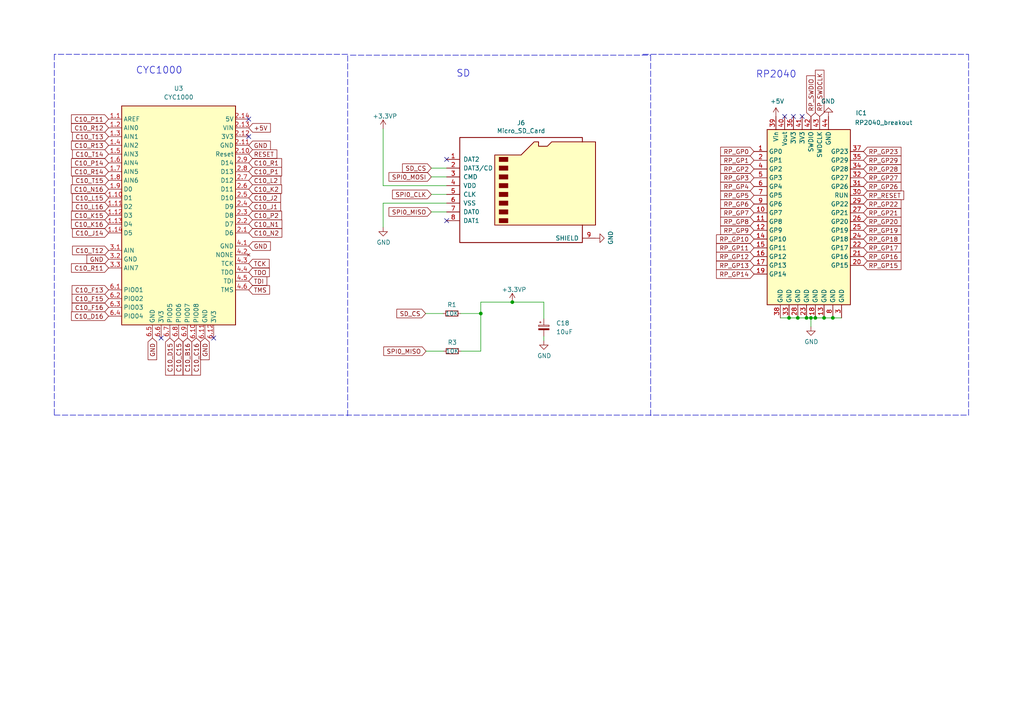
<source format=kicad_sch>
(kicad_sch (version 20211123) (generator eeschema)
  (paper "A4")
  (title_block (title "Calypso") (date "2024-09-10") (rev "0.3"))
  (lib_symbols
    (symbol "Device:C_Polarized_Small" (pin_numbers hide) (pin_names (offset 0.254) hide)
      (property "Reference" "C" (at 0.254 1.778 0))
      (property "Value" "C_Polarized_Small" (at 0.254 -2.032 0))
      (symbol "C_Polarized_Small_0_1"
        (rectangle (start -1.524 -0.3048) (end 1.524 -0.6858) (fill (type outline)))
        (rectangle (start -1.524 0.6858) (end 1.524 0.3048))
        (polyline (pts (xy -1.27 1.524) (xy -0.762 1.524)))
        (polyline (pts (xy -1.016 1.27) (xy -1.016 1.778)))
      )
      (symbol "C_Polarized_Small_1_1"
        (pin passive line (at 0 2.54 270) (length 1.8542) (name "~") (number "1"))
        (pin passive line (at 0 -2.54 90) (length 1.8542) (name "~") (number "2"))
      )
    )
    (symbol "Device:R_Small" (pin_numbers hide) (pin_names (offset 0.254) hide)
      (property "Reference" "R" (at 0.762 0.508 0))
      (property "Value" "R_Small" (at 0.762 -1.016 0))
      (symbol "R_Small_0_1"
        (rectangle (start -0.762 1.778) (end 0.762 -1.778) (stroke (width 0.2032)))
      )
      (symbol "R_Small_1_1"
        (pin passive line (at 0 2.54 270) (length 0.762) (name "~") (number "1"))
        (pin passive line (at 0 -2.54 90) (length 0.762) (name "~") (number "2"))
      )
    )
    (symbol "calypso-addons:CYC1000"
      (property "Reference" "U" (at 0 0 0))
      (property "Value" "CYC1000" (at 0 5.08 0))
      (symbol "CYC1000_0_1"
        (rectangle (start -15.24 -30.48) (end 17.78 33.02) (stroke (width 0.254)) (fill (type background)))
      )
      (symbol "CYC1000_1_1"
        (pin bidirectional line (at -19.05 29.21 0) (length 3.81) (name "AREF") (number "1.1"))
        (pin bidirectional line (at -19.05 6.35 0) (length 3.81) (name "D1") (number "1.10"))
        (pin bidirectional line (at -19.05 3.81 0) (length 3.81) (name "D2") (number "1.11"))
        (pin bidirectional line (at -19.05 1.27 0) (length 3.81) (name "D3") (number "1.12"))
        (pin bidirectional line (at -19.05 -1.27 0) (length 3.81) (name "D4") (number "1.13"))
        (pin bidirectional line (at -19.05 -3.81 0) (length 3.81) (name "D5") (number "1.14"))
        (pin bidirectional line (at -19.05 26.67 0) (length 3.81) (name "AIN0") (number "1.2"))
        (pin bidirectional line (at -19.05 24.13 0) (length 3.81) (name "AIN1") (number "1.3"))
        (pin bidirectional line (at -19.05 21.59 0) (length 3.81) (name "AIN2") (number "1.4"))
        (pin bidirectional line (at -19.05 19.05 0) (length 3.81) (name "AIN3") (number "1.5"))
        (pin bidirectional line (at -19.05 16.51 0) (length 3.81) (name "AIN4") (number "1.6"))
        (pin bidirectional line (at -19.05 13.97 0) (length 3.81) (name "AIN5") (number "1.7"))
        (pin bidirectional line (at -19.05 11.43 0) (length 3.81) (name "AIN6") (number "1.8"))
        (pin bidirectional line (at -19.05 8.89 0) (length 3.81) (name "D0") (number "1.9"))
        (pin bidirectional line (at 21.59 -3.81 180) (length 3.81) (name "D6") (number "2.1"))
        (pin input line (at 21.59 19.05 180) (length 3.81) (name "Reset") (number "2.10"))
        (pin power_in line (at 21.59 21.59 180) (length 3.81) (name "GND") (number "2.11"))
        (pin power_out line (at 21.59 24.13 180) (length 3.81) (name "3V3") (number "2.12"))
        (pin power_in line (at 21.59 26.67 180) (length 3.81) (name "VIN") (number "2.13"))
        (pin power_out line (at 21.59 29.21 180) (length 3.81) (name "5V") (number "2.14"))
        (pin bidirectional line (at 21.59 -1.27 180) (length 3.81) (name "D7") (number "2.2"))
        (pin bidirectional line (at 21.59 1.27 180) (length 3.81) (name "D8") (number "2.3"))
        (pin bidirectional line (at 21.59 3.81 180) (length 3.81) (name "D9") (number "2.4"))
        (pin bidirectional line (at 21.59 6.35 180) (length 3.81) (name "D10") (number "2.5"))
        (pin bidirectional line (at 21.59 8.89 180) (length 3.81) (name "D11") (number "2.6"))
        (pin bidirectional line (at 21.59 11.43 180) (length 3.81) (name "D12") (number "2.7"))
        (pin bidirectional line (at 21.59 13.97 180) (length 3.81) (name "D13") (number "2.8"))
        (pin bidirectional line (at 21.59 16.51 180) (length 3.81) (name "D14") (number "2.9"))
        (pin bidirectional line (at -19.05 -8.89 0) (length 3.81) (name "AIN") (number "3.1"))
        (pin power_in line (at -19.05 -11.43 0) (length 3.81) (name "GND") (number "3.2"))
        (pin bidirectional line (at -19.05 -13.97 0) (length 3.81) (name "AIN7") (number "3.3"))
        (pin power_in line (at 21.59 -7.62 180) (length 3.81) (name "GND") (number "4.1"))
        (pin no_connect line (at 21.59 -10.16 180) (length 3.81) (name "NONE") (number "4.2"))
        (pin input line (at 21.59 -12.7 180) (length 3.81) (name "TCK") (number "4.3"))
        (pin output line (at 21.59 -15.24 180) (length 3.81) (name "TDO") (number "4.4"))
        (pin input line (at 21.59 -17.78 180) (length 3.81) (name "TDI") (number "4.5"))
        (pin input line (at 21.59 -20.32 180) (length 3.81) (name "TMS") (number "4.6"))
        (pin bidirectional line (at -19.05 -20.32 0) (length 3.81) (name "PIO01") (number "6.1"))
        (pin bidirectional line (at 6.35 -34.29 90) (length 3.81) (name "PIO08") (number "6.10"))
        (pin power_in line (at 8.89 -34.29 90) (length 3.81) (name "GND") (number "6.11"))
        (pin power_out line (at 11.43 -34.29 90) (length 3.81) (name "3V3") (number "6.12"))
        (pin bidirectional line (at -19.05 -22.86 0) (length 3.81) (name "PIO02") (number "6.2"))
        (pin bidirectional line (at -19.05 -25.4 0) (length 3.81) (name "PIO03") (number "6.3"))
        (pin bidirectional line (at -19.05 -27.94 0) (length 3.81) (name "PIO04") (number "6.4"))
        (pin power_in line (at -6.35 -34.29 90) (length 3.81) (name "GND") (number "6.5"))
        (pin power_out line (at -3.81 -34.29 90) (length 3.81) (name "3V3") (number "6.6"))
        (pin bidirectional line (at -1.27 -34.29 90) (length 3.81) (name "PIO05") (number "6.7"))
        (pin bidirectional line (at 1.27 -34.29 90) (length 3.81) (name "PIO06") (number "6.8"))
        (pin bidirectional line (at 3.81 -34.29 90) (length 3.81) (name "PIO07") (number "6.9"))
      )
    )
    (symbol "microsd:Micro_SD_Card" (pin_names (offset 1.016))
      (property "Reference" "J" (at -16.51 15.24 0))
      (property "Value" "Micro_SD_Card" (at 16.51 15.24 0))
      (symbol "Micro_SD_Card_0_1"
        (rectangle (start -7.62 -9.525) (end -5.08 -10.795) (fill (type outline)))
        (rectangle (start -7.62 -6.985) (end -5.08 -8.255) (fill (type outline)))
        (rectangle (start -7.62 -4.445) (end -5.08 -5.715) (fill (type outline)))
        (rectangle (start -7.62 -1.905) (end -5.08 -3.175) (fill (type outline)))
        (rectangle (start -7.62 0.635) (end -5.08 -0.635) (fill (type outline)))
        (rectangle (start -7.62 3.175) (end -5.08 1.905) (fill (type outline)))
        (rectangle (start -7.62 5.715) (end -5.08 4.445) (fill (type outline)))
        (rectangle (start -7.62 8.255) (end -5.08 6.985) (fill (type outline)))
        (polyline (pts (xy 16.51 12.7) (xy 16.51 13.97) (xy -19.05 13.97) (xy -19.05 -16.51) (xy 16.51 -16.51) (xy 16.51 -11.43)) (stroke (width 0.254)))
        (polyline (pts (xy -8.89 -11.43) (xy -8.89 8.89) (xy -1.27 8.89) (xy 2.54 12.7) (xy 3.81 12.7) (xy 3.81 11.43) (xy 6.35 11.43) (xy 7.62 12.7) (xy 20.32 12.7) (xy 20.32 -11.43) (xy -8.89 -11.43)) (stroke (width 0.254)) (fill (type background)))
      )
      (symbol "Micro_SD_Card_1_1"
        (pin bidirectional line (at -22.86 7.62 0) (length 3.81) (name "DAT2") (number "1"))
        (pin bidirectional line (at -22.86 5.08 0) (length 3.81) (name "DAT3/CD") (number "2"))
        (pin input line (at -22.86 2.54 0) (length 3.81) (name "CMD") (number "3"))
        (pin power_in line (at -22.86 0 0) (length 3.81) (name "VDD") (number "4"))
        (pin input line (at -22.86 -2.54 0) (length 3.81) (name "CLK") (number "5"))
        (pin power_in line (at -22.86 -5.08 0) (length 3.81) (name "VSS") (number "6"))
        (pin bidirectional line (at -22.86 -7.62 0) (length 3.81) (name "DAT0") (number "7"))
        (pin bidirectional line (at -22.86 -10.16 0) (length 3.81) (name "DAT1") (number "8"))
        (pin passive line (at 20.32 -15.24 180) (length 3.81) (name "SHIELD") (number "9"))
      )
    )
    (symbol "power:+3.3VP" (power) (pin_names (offset 0))
      (property "Value" "+3.3VP" (at 0 2.54 0))
      (symbol "+3.3VP_0_0"
        (pin power_in line (at 0 0 90) (length 0) hide (name "+3.3VP") (number "1"))
      )
      (symbol "+3.3VP_0_1"
        (polyline (pts (xy -0.762 1.27) (xy 0 2.54)))
        (polyline (pts (xy 0 0) (xy 0 2.54)))
        (polyline (pts (xy 0 2.54) (xy 0.762 1.27)))
      )
    )
    (symbol "power:+5V" (power) (pin_names (offset 0))
      (property "Value" "+5V" (at 0 3.556 0))
      (symbol "+5V_0_1"
        (polyline (pts (xy -0.762 1.27) (xy 0 2.54)))
        (polyline (pts (xy 0 0) (xy 0 2.54)))
        (polyline (pts (xy 0 2.54) (xy 0.762 1.27)))
      )
      (symbol "+5V_1_1"
        (pin power_in line (at 0 0 90) (length 0) hide (name "+5V") (number "1"))
      )
    )
    (symbol "power:GND" (power) (pin_names (offset 0))
      (property "Value" "GND" (at 0 -3.81 0))
      (symbol "GND_0_1"
        (polyline (pts (xy 0 0) (xy 0 -1.27) (xy 1.27 -1.27) (xy 0 -2.54) (xy -1.27 -1.27) (xy 0 -1.27)))
      )
      (symbol "GND_1_1"
        (pin power_in line (at 0 0 270) (length 0) hide (name "GND") (number "1"))
      )
    )
    (symbol "rp2040:RP2040_breakout_swd"
      (property "Reference" "IC" (at 7.62 19.05 0))
      (property "Value" "RP2040_breakout_swd" (at 13.97 -27.94 0))
      (symbol "RP2040_breakout_swd_0_1"
        (rectangle (start -11.43 16.51) (end 12.7 -34.29) (stroke (width 0.254)) (fill (type background)))
      )
      (symbol "RP2040_breakout_swd_1_1"
        (pin bidirectional line (at -15.24 10.16 0) (length 3.81) (name "GP0") (number "1"))
        (pin bidirectional line (at -15.24 -7.62 0) (length 3.81) (name "GP7") (number "10"))
        (pin bidirectional line (at -15.24 -10.16 0) (length 3.81) (name "GP8") (number "11"))
        (pin bidirectional line (at -15.24 -12.7 0) (length 3.81) (name "GP9") (number "12"))
        (pin power_in line (at 5.08 -38.1 90) (length 3.81) (name "GND") (number "13"))
        (pin bidirectional line (at -15.24 -15.24 0) (length 3.81) (name "GP10") (number "14"))
        (pin bidirectional line (at -15.24 -17.78 0) (length 3.81) (name "GP11") (number "15"))
        (pin bidirectional line (at -15.24 -20.32 0) (length 3.81) (name "GP12") (number "16"))
        (pin bidirectional line (at -15.24 -22.86 0) (length 3.81) (name "GP13") (number "17"))
        (pin power_in line (at 2.54 -38.1 90) (length 3.81) (name "GND") (number "18"))
        (pin bidirectional line (at -15.24 -25.4 0) (length 3.81) (name "GP14") (number "19"))
        (pin bidirectional line (at -15.24 7.62 0) (length 3.81) (name "GP1") (number "2"))
        (pin bidirectional line (at 16.51 -22.86 180) (length 3.81) (name "GP15") (number "20"))
        (pin bidirectional line (at 16.51 -20.32 180) (length 3.81) (name "GP16") (number "21"))
        (pin bidirectional line (at 16.51 -17.78 180) (length 3.81) (name "GP17") (number "22"))
        (pin power_in line (at 0 -38.1 90) (length 3.81) (name "GND") (number "23"))
        (pin bidirectional line (at 16.51 -15.24 180) (length 3.81) (name "GP18") (number "24"))
        (pin bidirectional line (at 16.51 -12.7 180) (length 3.81) (name "GP19") (number "25"))
        (pin bidirectional line (at 16.51 -10.16 180) (length 3.81) (name "GP20") (number "26"))
        (pin bidirectional line (at 16.51 -7.62 180) (length 3.81) (name "GP21") (number "27"))
        (pin power_in line (at -2.54 -38.1 90) (length 3.81) (name "GND") (number "28"))
        (pin bidirectional line (at 16.51 -5.08 180) (length 3.81) (name "GP22") (number "29"))
        (pin power_in line (at 10.16 -38.1 90) (length 3.81) (name "GND") (number "3"))
        (pin input line (at 16.51 -2.54 180) (length 3.81) (name "RUN") (number "30"))
        (pin bidirectional line (at 16.51 0 180) (length 3.81) (name "GP26") (number "31"))
        (pin bidirectional line (at 16.51 2.54 180) (length 3.81) (name "GP27") (number "32"))
        (pin power_in line (at -5.08 -38.1 90) (length 3.81) (name "GND") (number "33"))
        (pin bidirectional line (at 16.51 5.08 180) (length 3.81) (name "GP28") (number "34"))
        (pin bidirectional line (at 16.51 7.62 180) (length 3.81) (name "GP29") (number "35"))
        (pin power_out line (at -3.81 20.32 270) (length 3.81) (name "3V3") (number "36"))
        (pin bidirectional line (at 16.51 10.16 180) (length 3.81) (name "GP23") (number "37"))
        (pin power_in line (at -7.62 -38.1 90) (length 3.81) (name "GND") (number "38"))
        (pin power_in line (at -8.89 20.32 270) (length 3.81) (name "Vin") (number "39"))
        (pin bidirectional line (at -15.24 5.08 0) (length 3.81) (name "GP2") (number "4"))
        (pin power_out line (at -6.35 20.32 270) (length 3.81) (name "Vout") (number "40"))
        (pin power_out line (at -1.27 20.32 270) (length 3.81) (name "3V3") (number "41"))
        (pin bidirectional line (at 1.27 20.32 270) (length 3.81) (name "SWDIO") (number "42"))
        (pin bidirectional line (at 3.81 20.32 270) (length 3.81) (name "SWDCLK") (number "43"))
        (pin power_in line (at 6.35 20.32 270) (length 3.81) (name "GND") (number "44"))
        (pin bidirectional line (at -15.24 2.54 0) (length 3.81) (name "GP3") (number "5"))
        (pin bidirectional line (at -15.24 0 0) (length 3.81) (name "GP4") (number "6"))
        (pin bidirectional line (at -15.24 -2.54 0) (length 3.81) (name "GP5") (number "7"))
        (pin power_in line (at 7.62 -38.1 90) (length 3.81) (name "GND") (number "8"))
        (pin bidirectional line (at -15.24 -5.08 0) (length 3.81) (name "GP6") (number "9"))
      )
    )
  )
  (junction (at 231.394 92.202))
  (junction (at 148.59 87.63))
  (junction (at 241.554 92.202))
  (junction (at 236.474 92.202))
  (junction (at 233.934 92.202))
  (junction (at 239.014 92.202))
  (junction (at 235.204 92.202))
  (junction (at 228.854 92.202))
  (junction (at 139.446 90.932))
  (no_connect (at 230.124 33.782))
  (no_connect (at 129.54 46.228))
  (no_connect (at 232.664 33.782))
  (no_connect (at 227.584 33.782))
  (no_connect (at 129.54 64.008))
  (no_connect (at 61.976 98.044))
  (no_connect (at 46.736 98.044))
  (no_connect (at 72.136 39.624))
  (no_connect (at 72.136 34.544))
  (wire (pts (xy 233.934 92.202) (xy 235.204 92.202)))
  (wire (pts (xy 133.604 90.932) (xy 139.446 90.932)))
  (wire (pts (xy 157.734 87.63) (xy 157.734 92.456)))
  (wire (pts (xy 129.54 56.388) (xy 125.095 56.388)))
  (wire (pts (xy 125.095 61.468) (xy 129.54 61.468)))
  (polyline (pts (xy 15.748 120.396) (xy 280.924 120.396)))
  (wire (pts (xy 111.125 53.848) (xy 111.125 37.338)))
  (wire (pts (xy 231.394 92.202) (xy 233.934 92.202)))
  (wire (pts (xy 125.095 51.308) (xy 129.54 51.308)))
  (wire (pts (xy 123.571 101.854) (xy 128.651 101.854)))
  (wire (pts (xy 125.095 48.768) (xy 129.54 48.768)))
  (wire (pts (xy 236.474 92.202) (xy 239.014 92.202)))
  (wire (pts (xy 139.446 87.63) (xy 139.446 90.932)))
  (wire (pts (xy 111.125 58.928) (xy 111.125 65.913)))
  (wire (pts (xy 111.125 58.928) (xy 129.54 58.928)))
  (wire (pts (xy 139.446 87.63) (xy 148.59 87.63)))
  (wire (pts (xy 235.204 92.202) (xy 236.474 92.202)))
  (polyline (pts (xy 188.722 16.002) (xy 188.722 120.65)))
  (wire (pts (xy 241.554 92.202) (xy 244.094 92.202)))
  (wire (pts (xy 129.54 53.848) (xy 111.125 53.848)))
  (wire (pts (xy 157.734 97.536) (xy 157.734 98.806)))
  (wire (pts (xy 239.014 92.202) (xy 241.554 92.202)))
  (wire (pts (xy 226.314 92.202) (xy 228.854 92.202)))
  (wire (pts (xy 148.59 87.63) (xy 157.734 87.63)))
  (polyline (pts (xy 101.6 16.002) (xy 188.722 16.002)))
  (polyline (pts (xy 100.838 15.748) (xy 15.748 15.748)))
  (wire (pts (xy 228.854 92.202) (xy 231.394 92.202)))
  (wire (pts (xy 235.204 92.202) (xy 235.204 94.742)))
  (wire (pts (xy 123.444 90.932) (xy 128.524 90.932)))
  (wire (pts (xy 139.446 90.932) (xy 139.446 101.854)))
  (polyline (pts (xy 15.748 15.748) (xy 15.748 120.396)))
  (polyline (pts (xy 186.436 15.748) (xy 280.924 15.748)))
  (polyline (pts (xy 100.838 120.65) (xy 100.838 15.748)))
  (polyline (pts (xy 280.924 120.396) (xy 280.924 15.748)))
  (wire (pts (xy 133.731 101.854) (xy 139.446 101.854)))
  (text "SD" (at 132.334 22.606 0) (effects (font (size 2.0066 2.0066)) (justify left bottom)))
  (text "CYC1000" (at 39.37 21.717 0) (effects (font (size 2.0066 2.0066)) (justify left bottom)))
  (text "RP2040" (at 219.202 22.86 0) (effects (font (size 2.0066 2.0066)) (justify left bottom)))
  (global_label "GND" (shape input) (at 31.496 75.184 180) (property "Intersheet References" "${INTERSHEET_REFS}" (effects hide)))
  (global_label "RP_GP11" (shape input) (at 218.694 71.882 180) (property "Intersheet References" "${INTERSHEET_REFS}" (effects hide)))
  (global_label "RP_RESET" (shape input) (at 250.444 56.642 0) (property "Intersheet References" "${INTERSHEET_REFS}" (effects hide)))
  (global_label "C10_C15" (shape input) (at 51.816 98.044 270) (property "Intersheet References" "${INTERSHEET_REFS}" (effects hide)))
  (global_label "RP_SWDIO" (shape input) (at 235.204 33.782 90) (property "Intersheet References" "${INTERSHEET_REFS}" (effects hide)))
  (global_label "TDO" (shape input) (at 72.136 78.994 0) (property "Intersheet References" "${INTERSHEET_REFS}" (effects hide)))
  (global_label "GND" (shape input) (at 44.196 98.044 270) (property "Intersheet References" "${INTERSHEET_REFS}" (effects hide)))
  (global_label "C10_T15" (shape input) (at 31.496 52.324 180) (property "Intersheet References" "${INTERSHEET_REFS}" (effects hide)))
  (global_label "RP_GP13" (shape input) (at 218.694 76.962 180) (property "Intersheet References" "${INTERSHEET_REFS}" (effects hide)))
  (global_label "RP_GP10" (shape input) (at 218.694 69.342 180) (property "Intersheet References" "${INTERSHEET_REFS}" (effects hide)))
  (global_label "C10_T13" (shape input) (at 31.496 39.624 180) (property "Intersheet References" "${INTERSHEET_REFS}" (effects hide)))
  (global_label "SPI0_MOSI" (shape input) (at 125.095 51.308 180) (property "Intersheet References" "${INTERSHEET_REFS}" (effects hide)))
  (global_label "C10_J14" (shape input) (at 31.496 67.564 180) (property "Intersheet References" "${INTERSHEET_REFS}" (effects hide)))
  (global_label "RP_GP21" (shape input) (at 250.444 61.722 0) (property "Intersheet References" "${INTERSHEET_REFS}" (effects hide)))
  (global_label "C10_T14" (shape input) (at 31.496 44.704 180) (property "Intersheet References" "${INTERSHEET_REFS}" (effects hide)))
  (global_label "C10_P11" (shape input) (at 31.496 34.544 180) (property "Intersheet References" "${INTERSHEET_REFS}" (effects hide)))
  (global_label "C10_L15" (shape input) (at 31.496 57.404 180) (property "Intersheet References" "${INTERSHEET_REFS}" (effects hide)))
  (global_label "C10_K16" (shape input) (at 31.496 65.024 180) (property "Intersheet References" "${INTERSHEET_REFS}" (effects hide)))
  (global_label "RP_GP22" (shape input) (at 250.444 59.182 0) (property "Intersheet References" "${INTERSHEET_REFS}" (effects hide)))
  (global_label "C10_C16" (shape input) (at 56.896 98.044 270) (property "Intersheet References" "${INTERSHEET_REFS}" (effects hide)))
  (global_label "C10_L16" (shape input) (at 31.496 59.944 180) (property "Intersheet References" "${INTERSHEET_REFS}" (effects hide)))
  (global_label "TCK" (shape input) (at 72.136 76.454 0) (property "Intersheet References" "${INTERSHEET_REFS}" (effects hide)))
  (global_label "RP_GP20" (shape input) (at 250.444 64.262 0) (property "Intersheet References" "${INTERSHEET_REFS}" (effects hide)))
  (global_label "RP_GP2" (shape input) (at 218.694 49.022 180) (property "Intersheet References" "${INTERSHEET_REFS}" (effects hide)))
  (global_label "RP_GP0" (shape input) (at 218.694 43.942 180) (property "Intersheet References" "${INTERSHEET_REFS}" (effects hide)))
  (global_label "RP_GP12" (shape input) (at 218.694 74.422 180) (property "Intersheet References" "${INTERSHEET_REFS}" (effects hide)))
  (global_label "RP_GP19" (shape input) (at 250.444 66.802 0) (property "Intersheet References" "${INTERSHEET_REFS}" (effects hide)))
  (global_label "C10_L2" (shape input) (at 72.136 52.324 0) (property "Intersheet References" "${INTERSHEET_REFS}" (effects hide)))
  (global_label "C10_P2" (shape input) (at 72.136 62.484 0) (property "Intersheet References" "${INTERSHEET_REFS}" (effects hide)))
  (global_label "C10_P1" (shape input) (at 72.136 49.784 0) (property "Intersheet References" "${INTERSHEET_REFS}" (effects hide)))
  (global_label "SD_CS" (shape input) (at 125.095 48.768 180) (property "Intersheet References" "${INTERSHEET_REFS}" (effects hide)))
  (global_label "C10_J2" (shape input) (at 72.136 57.404 0) (property "Intersheet References" "${INTERSHEET_REFS}" (effects hide)))
  (global_label "C10_J1" (shape input) (at 72.136 59.944 0) (property "Intersheet References" "${INTERSHEET_REFS}" (effects hide)))
  (global_label "SPI0_MISO" (shape input) (at 123.571 101.854 180) (property "Intersheet References" "${INTERSHEET_REFS}" (effects hide)))
  (global_label "RP_GP28" (shape input) (at 250.444 49.022 0) (property "Intersheet References" "${INTERSHEET_REFS}" (effects hide)))
  (global_label "RP_GP14" (shape input) (at 218.694 79.502 180) (property "Intersheet References" "${INTERSHEET_REFS}" (effects hide)))
  (global_label "C10_K15" (shape input) (at 31.496 62.484 180) (property "Intersheet References" "${INTERSHEET_REFS}" (effects hide)))
  (global_label "RP_GP16" (shape input) (at 250.444 74.422 0) (property "Intersheet References" "${INTERSHEET_REFS}" (effects hide)))
  (global_label "RP_GP4" (shape input) (at 218.694 54.102 180) (property "Intersheet References" "${INTERSHEET_REFS}" (effects hide)))
  (global_label "C10_R12" (shape input) (at 31.496 37.084 180) (property "Intersheet References" "${INTERSHEET_REFS}" (effects hide)))
  (global_label "RP_GP1" (shape input) (at 218.694 46.482 180) (property "Intersheet References" "${INTERSHEET_REFS}" (effects hide)))
  (global_label "C10_P14" (shape input) (at 31.496 47.244 180) (property "Intersheet References" "${INTERSHEET_REFS}" (effects hide)))
  (global_label "C10_T12" (shape input) (at 31.496 72.644 180) (property "Intersheet References" "${INTERSHEET_REFS}" (effects hide)))
  (global_label "RP_GP15" (shape input) (at 250.444 76.962 0) (property "Intersheet References" "${INTERSHEET_REFS}" (effects hide)))
  (global_label "RP_GP23" (shape input) (at 250.444 43.942 0) (property "Intersheet References" "${INTERSHEET_REFS}" (effects hide)))
  (global_label "RP_GP18" (shape input) (at 250.444 69.342 0) (property "Intersheet References" "${INTERSHEET_REFS}" (effects hide)))
  (global_label "RP_GP3" (shape input) (at 218.694 51.562 180) (property "Intersheet References" "${INTERSHEET_REFS}" (effects hide)))
  (global_label "C10_B16" (shape input) (at 54.356 98.044 270) (property "Intersheet References" "${INTERSHEET_REFS}" (effects hide)))
  (global_label "C10_F15" (shape input) (at 31.496 86.614 180) (property "Intersheet References" "${INTERSHEET_REFS}" (effects hide)))
  (global_label "RP_SWDCLK" (shape input) (at 237.744 33.782 90) (property "Intersheet References" "${INTERSHEET_REFS}" (effects hide)))
  (global_label "C10_N2" (shape input) (at 72.136 67.564 0) (property "Intersheet References" "${INTERSHEET_REFS}" (effects hide)))
  (global_label "GND" (shape input) (at 72.136 71.374 0) (property "Intersheet References" "${INTERSHEET_REFS}" (effects hide)))
  (global_label "C10_D15" (shape input) (at 49.276 98.044 270) (property "Intersheet References" "${INTERSHEET_REFS}" (effects hide)))
  (global_label "SPI0_CLK" (shape input) (at 125.095 56.388 180) (property "Intersheet References" "${INTERSHEET_REFS}" (effects hide)))
  (global_label "C10_R11" (shape input) (at 31.496 77.724 180) (property "Intersheet References" "${INTERSHEET_REFS}" (effects hide)))
  (global_label "RP_GP29" (shape input) (at 250.444 46.482 0) (property "Intersheet References" "${INTERSHEET_REFS}" (effects hide)))
  (global_label "C10_K2" (shape input) (at 72.136 54.864 0) (property "Intersheet References" "${INTERSHEET_REFS}" (effects hide)))
  (global_label "RP_GP9" (shape input) (at 218.694 66.802 180) (property "Intersheet References" "${INTERSHEET_REFS}" (effects hide)))
  (global_label "GND" (shape input) (at 59.436 98.044 270) (property "Intersheet References" "${INTERSHEET_REFS}" (effects hide)))
  (global_label "RP_GP5" (shape input) (at 218.694 56.642 180) (property "Intersheet References" "${INTERSHEET_REFS}" (effects hide)))
  (global_label "RESET" (shape input) (at 72.136 44.704 0) (property "Intersheet References" "${INTERSHEET_REFS}" (effects hide)))
  (global_label "C10_R14" (shape input) (at 31.496 49.784 180) (property "Intersheet References" "${INTERSHEET_REFS}" (effects hide)))
  (global_label "C10_R1" (shape input) (at 72.136 47.244 0) (property "Intersheet References" "${INTERSHEET_REFS}" (effects hide)))
  (global_label "TMS" (shape input) (at 72.136 84.074 0) (property "Intersheet References" "${INTERSHEET_REFS}" (effects hide)))
  (global_label "+5V" (shape input) (at 72.136 37.084 0) (property "Intersheet References" "${INTERSHEET_REFS}" (effects hide)))
  (global_label "C10_D16" (shape input) (at 31.496 91.694 180) (property "Intersheet References" "${INTERSHEET_REFS}" (effects hide)))
  (global_label "C10_F13" (shape input) (at 31.496 84.074 180) (property "Intersheet References" "${INTERSHEET_REFS}" (effects hide)))
  (global_label "SD_CS" (shape input) (at 123.444 90.932 180) (property "Intersheet References" "${INTERSHEET_REFS}" (effects hide)))
  (global_label "SPI0_MISO" (shape input) (at 125.095 61.468 180) (property "Intersheet References" "${INTERSHEET_REFS}" (effects hide)))
  (global_label "RP_GP8" (shape input) (at 218.694 64.262 180) (property "Intersheet References" "${INTERSHEET_REFS}" (effects hide)))
  (global_label "C10_N16" (shape input) (at 31.496 54.864 180) (property "Intersheet References" "${INTERSHEET_REFS}" (effects hide)))
  (global_label "RP_GP17" (shape input) (at 250.444 71.882 0) (property "Intersheet References" "${INTERSHEET_REFS}" (effects hide)))
  (global_label "TDI" (shape input) (at 72.136 81.534 0) (property "Intersheet References" "${INTERSHEET_REFS}" (effects hide)))
  (global_label "RP_GP7" (shape input) (at 218.694 61.722 180) (property "Intersheet References" "${INTERSHEET_REFS}" (effects hide)))
  (global_label "C10_R13" (shape input) (at 31.496 42.164 180) (property "Intersheet References" "${INTERSHEET_REFS}" (effects hide)))
  (global_label "RP_GP27" (shape input) (at 250.444 51.562 0) (property "Intersheet References" "${INTERSHEET_REFS}" (effects hide)))
  (global_label "RP_GP26" (shape input) (at 250.444 54.102 0) (property "Intersheet References" "${INTERSHEET_REFS}" (effects hide)))
  (global_label "C10_N1" (shape input) (at 72.136 65.024 0) (property "Intersheet References" "${INTERSHEET_REFS}" (effects hide)))
  (global_label "RP_GP6" (shape input) (at 218.694 59.182 180) (property "Intersheet References" "${INTERSHEET_REFS}" (effects hide)))
  (global_label "C10_F16" (shape input) (at 31.496 89.154 180) (property "Intersheet References" "${INTERSHEET_REFS}" (effects hide)))
  (global_label "GND" (shape input) (at 72.136 42.164 0) (property "Intersheet References" "${INTERSHEET_REFS}" (effects hide)))
  (symbol (lib_id "power:+5V") (at 225.044 33.782 0) (unit 1)
    (property "Reference" "#PWR011" (effects hide))
    (property "Value" "+5V" (at 225.425 29.3878 0))
  )
  (symbol (lib_id "Device:R_Small") (at 131.064 90.932 90) (unit 1)
    (property "Reference" "R1" (at 131.064 88.392 90))
    (property "Value" "10K" (at 131.064 90.932 90))
    (property "Footprint" "Resistor_SMD:R_1206_3216Metric_Pad1.30x1.75mm_HandSolder" (effects hide))
  )
  (symbol (lib_id "power:GND") (at 235.204 94.742 0) (unit 1)
    (property "Reference" "#PWR012" (effects hide))
    (property "Value" "GND" (at 235.331 99.1362 0))
  )
  (symbol (lib_id "Device:C_Polarized_Small") (at 157.734 94.996 0) (unit 1)
    (property "Reference" "C18" (at 161.29 93.7259 0) (effects (justify left)))
    (property "Value" "10uF" (at 161.29 96.2659 0) (effects (justify left)))
    (property "Footprint" "Capacitor_Tantalum_SMD:CP_EIA-3216-12_Kemet-S_Pad1.58x1.35mm_HandSolder" (effects hide))
  )
  (symbol (lib_id "rp2040:RP2040_breakout_swd") (at 233.934 54.102 0) (unit 1)
    (property "Reference" "IC1" (at 248.158 32.766 0) (effects (justify left)))
    (property "Value" "RP2040_breakout" (at 247.904 35.56 0) (effects (justify left)))
    (property "Footprint" "rp2040:RP2040-Breakout_swd" (effects hide))
  )
  (symbol (lib_id "power:GND") (at 111.125 65.913 0) (unit 1)
    (property "Reference" "#PWR03" (effects hide))
    (property "Value" "GND" (at 111.252 70.3072 0))
  )
  (symbol (lib_id "power:GND") (at 157.734 98.806 0) (unit 1)
    (property "Reference" "#PWR010" (effects hide))
    (property "Value" "GND" (at 157.861 103.2002 0))
  )
  (symbol (lib_id "calypso-addons:CYC1000") (at 50.546 63.754 0) (unit 1)
    (property "Reference" "U3" (at 51.816 25.654 0))
    (property "Value" "CYC1000" (at 51.816 28.194 0))
    (property "Footprint" "c1000:cyc1000" (effects hide))
  )
  (symbol (lib_id "power:+3.3VP") (at 148.59 87.63 0) (unit 1)
    (property "Reference" "#PWR04" (effects hide))
    (property "Value" "+3.3VP" (at 149.098 83.9978 0))
  )
  (symbol (lib_id "Device:R_Small") (at 131.191 101.854 90) (unit 1)
    (property "Reference" "R3" (at 131.191 99.314 90))
    (property "Value" "10K" (at 131.191 101.854 90))
    (property "Footprint" "Resistor_SMD:R_1206_3216Metric_Pad1.30x1.75mm_HandSolder" (effects hide))
  )
  (symbol (lib_id "power:GND") (at 240.284 33.782 180) (unit 1)
    (property "Reference" "#PWR0102" (effects hide))
    (property "Value" "GND" (at 240.157 29.3878 0))
  )
  (symbol (lib_id "power:GND") (at 172.72 69.088 90) (unit 1)
    (property "Reference" "#PWR0101" (effects hide))
    (property "Value" "GND" (at 177.1142 68.961 0))
  )
  (symbol (lib_id "power:+3.3VP") (at 111.125 37.338 0) (unit 1)
    (property "Reference" "#PWR02" (effects hide))
    (property "Value" "+3.3VP" (at 111.633 33.7058 0))
  )
  (symbol (lib_id "microsd:Micro_SD_Card") (at 152.4 53.848 0) (unit 1)
    (property "Reference" "J6" (at 151.13 35.6362 0))
    (property "Value" "Micro_SD_Card" (at 151.13 37.9476 0))
    (property "Footprint" "microsd:microSD_HC_Molex_104031-0811" (effects hide))
    (property "Datasheet" "http://katalog.we-online.de/em/datasheet/693072010801.pdf" (effects hide))
  )
)
</source>
